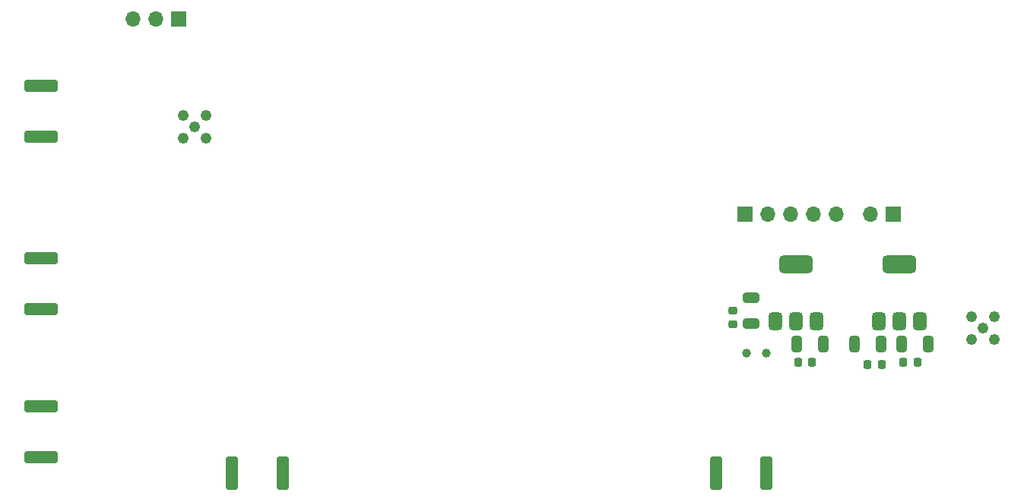
<source format=gbr>
%TF.GenerationSoftware,KiCad,Pcbnew,8.0.5*%
%TF.CreationDate,2024-12-20T11:35:35-05:00*%
%TF.ProjectId,mc3_afe,6d63335f-6166-4652-9e6b-696361645f70,rev?*%
%TF.SameCoordinates,Original*%
%TF.FileFunction,Soldermask,Bot*%
%TF.FilePolarity,Negative*%
%FSLAX46Y46*%
G04 Gerber Fmt 4.6, Leading zero omitted, Abs format (unit mm)*
G04 Created by KiCad (PCBNEW 8.0.5) date 2024-12-20 11:35:35*
%MOMM*%
%LPD*%
G01*
G04 APERTURE LIST*
G04 Aperture macros list*
%AMRoundRect*
0 Rectangle with rounded corners*
0 $1 Rounding radius*
0 $2 $3 $4 $5 $6 $7 $8 $9 X,Y pos of 4 corners*
0 Add a 4 corners polygon primitive as box body*
4,1,4,$2,$3,$4,$5,$6,$7,$8,$9,$2,$3,0*
0 Add four circle primitives for the rounded corners*
1,1,$1+$1,$2,$3*
1,1,$1+$1,$4,$5*
1,1,$1+$1,$6,$7*
1,1,$1+$1,$8,$9*
0 Add four rect primitives between the rounded corners*
20,1,$1+$1,$2,$3,$4,$5,0*
20,1,$1+$1,$4,$5,$6,$7,0*
20,1,$1+$1,$6,$7,$8,$9,0*
20,1,$1+$1,$8,$9,$2,$3,0*%
G04 Aperture macros list end*
%ADD10C,1.240000*%
%ADD11RoundRect,0.250000X-0.425000X-1.600000X0.425000X-1.600000X0.425000X1.600000X-0.425000X1.600000X0*%
%ADD12RoundRect,0.250000X-1.600000X0.425000X-1.600000X-0.425000X1.600000X-0.425000X1.600000X0.425000X0*%
%ADD13C,1.000000*%
%ADD14R,1.700000X1.700000*%
%ADD15O,1.700000X1.700000*%
%ADD16RoundRect,0.250000X0.325000X0.650000X-0.325000X0.650000X-0.325000X-0.650000X0.325000X-0.650000X0*%
%ADD17RoundRect,0.225000X-0.250000X0.225000X-0.250000X-0.225000X0.250000X-0.225000X0.250000X0.225000X0*%
%ADD18RoundRect,0.250000X-0.325000X-0.650000X0.325000X-0.650000X0.325000X0.650000X-0.325000X0.650000X0*%
%ADD19RoundRect,0.225000X-0.225000X-0.250000X0.225000X-0.250000X0.225000X0.250000X-0.225000X0.250000X0*%
%ADD20RoundRect,0.225000X0.225000X0.250000X-0.225000X0.250000X-0.225000X-0.250000X0.225000X-0.250000X0*%
%ADD21RoundRect,0.375000X0.375000X-0.625000X0.375000X0.625000X-0.375000X0.625000X-0.375000X-0.625000X0*%
%ADD22RoundRect,0.500000X1.400000X-0.500000X1.400000X0.500000X-1.400000X0.500000X-1.400000X-0.500000X0*%
%ADD23RoundRect,0.250000X0.650000X-0.325000X0.650000X0.325000X-0.650000X0.325000X-0.650000X-0.325000X0*%
G04 APERTURE END LIST*
D10*
%TO.C,J5*%
X173300000Y-94430000D03*
X172030000Y-93160000D03*
X172030000Y-95700000D03*
X174570000Y-93160000D03*
X174570000Y-95700000D03*
%TD*%
D11*
%TO.C,J7*%
X149225000Y-110650000D03*
X143575000Y-110650000D03*
%TD*%
D12*
%TO.C,J3*%
X68412500Y-108825000D03*
X68412500Y-103175000D03*
%TD*%
D13*
%TO.C,TP2*%
X149200000Y-97200000D03*
%TD*%
D10*
%TO.C,J2*%
X85480000Y-71980000D03*
X84210000Y-70710000D03*
X84210000Y-73250000D03*
X86750000Y-70710000D03*
X86750000Y-73250000D03*
%TD*%
D12*
%TO.C,J1*%
X68412500Y-73075000D03*
X68412500Y-67425000D03*
%TD*%
D11*
%TO.C,J6*%
X95325000Y-110650000D03*
X89675000Y-110650000D03*
%TD*%
D14*
%TO.C,J9*%
X146840000Y-81750000D03*
D15*
X149380000Y-81750000D03*
X151920000Y-81750000D03*
X154460000Y-81750000D03*
X157000000Y-81750000D03*
%TD*%
D14*
%TO.C,J10*%
X163290000Y-81750000D03*
D15*
X160750000Y-81750000D03*
%TD*%
D14*
%TO.C,J8*%
X83750000Y-60000000D03*
D15*
X81210000Y-60000000D03*
X78670000Y-60000000D03*
%TD*%
D13*
%TO.C,TP1*%
X147000000Y-97200000D03*
%TD*%
D12*
%TO.C,J4*%
X68412500Y-92325000D03*
X68412500Y-86675000D03*
%TD*%
D16*
%TO.C,C13*%
X161975000Y-96250000D03*
X159025000Y-96250000D03*
%TD*%
D17*
%TO.C,C18*%
X145500000Y-92475000D03*
X145500000Y-94025000D03*
%TD*%
D18*
%TO.C,C20*%
X152550000Y-96250000D03*
X155500000Y-96250000D03*
%TD*%
D19*
%TO.C,C15*%
X160475000Y-98500000D03*
X162025000Y-98500000D03*
%TD*%
D20*
%TO.C,C19*%
X154300000Y-98250000D03*
X152750000Y-98250000D03*
%TD*%
D21*
%TO.C,U13*%
X154800000Y-93650000D03*
X152500000Y-93650000D03*
D22*
X152500000Y-87350000D03*
D21*
X150200000Y-93650000D03*
%TD*%
D18*
%TO.C,C14*%
X164250000Y-96250000D03*
X167200000Y-96250000D03*
%TD*%
D23*
%TO.C,C17*%
X147500000Y-93975000D03*
X147500000Y-91025000D03*
%TD*%
D21*
%TO.C,U9*%
X166300000Y-93650000D03*
X164000000Y-93650000D03*
D22*
X164000000Y-87350000D03*
D21*
X161700000Y-93650000D03*
%TD*%
D20*
%TO.C,C16*%
X166000000Y-98250000D03*
X164450000Y-98250000D03*
%TD*%
M02*

</source>
